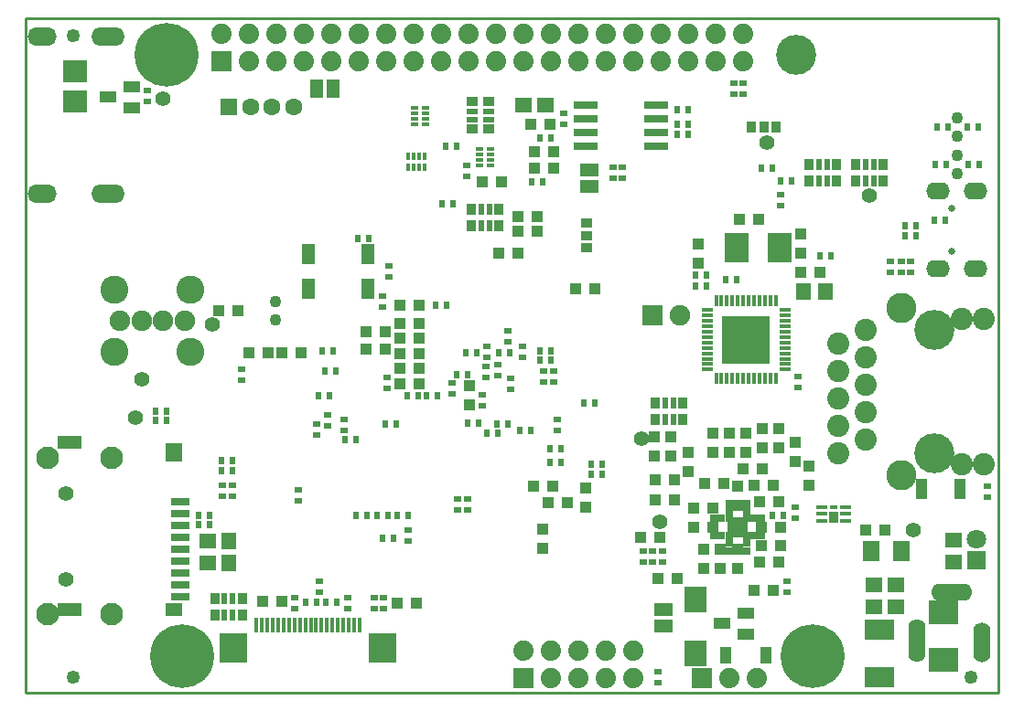
<source format=gbr>
G04 #@! TF.FileFunction,Soldermask,Bot*
%FSLAX46Y46*%
G04 Gerber Fmt 4.6, Leading zero omitted, Abs format (unit mm)*
G04 Created by KiCad (PCBNEW 201609201018+7184~55~ubuntu14.04.1-) date Fri Sep 23 16:33:06 2016*
%MOMM*%
%LPD*%
G01*
G04 APERTURE LIST*
%ADD10C,0.100000*%
%ADD11C,0.254000*%
%ADD12C,5.900000*%
%ADD13R,0.863600X1.117600*%
%ADD14R,0.609600X1.117600*%
%ADD15R,0.651600X0.601600*%
%ADD16R,1.001600X0.451600*%
%ADD17R,0.901600X1.051600*%
%ADD18R,0.701600X0.451600*%
%ADD19R,0.726600X0.351600*%
%ADD20C,1.254000*%
%ADD21R,1.701800X1.270000*%
%ADD22R,0.601600X0.651600*%
%ADD23R,1.117600X1.117600*%
%ADD24R,1.625600X1.371600*%
%ADD25R,2.100000X2.400000*%
%ADD26R,1.101600X1.501600*%
%ADD27R,1.501600X1.101600*%
%ADD28R,2.200000X2.000000*%
%ADD29R,2.801600X1.901600*%
%ADD30R,1.371600X1.625600*%
%ADD31R,1.200000X1.900000*%
%ADD32R,1.117600X0.863600*%
%ADD33R,1.117600X0.609600*%
%ADD34R,0.351600X0.726600*%
%ADD35R,1.270000X1.701800*%
%ADD36R,1.625600X1.879600*%
%ADD37C,1.100000*%
%ADD38R,1.117600X1.879600*%
%ADD39R,2.198320X2.797760*%
%ADD40R,2.301600X0.701600*%
%ADD41R,2.686000X2.178000*%
%ADD42C,1.400000*%
%ADD43O,3.100000X1.700000*%
%ADD44O,2.700000X1.700000*%
%ADD45C,2.600000*%
%ADD46C,1.900000*%
%ADD47R,1.601600X1.601600*%
%ADD48C,1.601600*%
%ADD49C,1.879600*%
%ADD50R,1.879600X1.879600*%
%ADD51R,1.822400X1.822400*%
%ADD52R,0.800000X0.800000*%
%ADD53R,1.800000X1.800000*%
%ADD54C,1.800000*%
%ADD55C,2.050000*%
%ADD56C,2.800000*%
%ADD57C,3.700000*%
%ADD58R,1.901600X1.901600*%
%ADD59C,1.901600*%
%ADD60R,1.699260X0.800100*%
%ADD61R,1.501140X1.300480*%
%ADD62R,1.501140X1.699260*%
%ADD63R,2.301240X1.300480*%
%ADD64R,0.351600X1.401600*%
%ADD65R,2.501600X2.701600*%
%ADD66R,1.001600X0.351600*%
%ADD67R,0.351600X1.001600*%
%ADD68R,4.400000X4.400000*%
%ADD69C,0.650000*%
%ADD70O,2.200000X1.600000*%
%ADD71O,1.601600X4.001600*%
%ADD72O,1.601600X3.701600*%
%ADD73O,3.801600X1.601600*%
%ADD74C,2.100000*%
G04 APERTURE END LIST*
D10*
D11*
X100000000Y-37500000D02*
X100000000Y-100000000D01*
X190000000Y-37500000D02*
X100000000Y-37500000D01*
X190000000Y-100000000D02*
X190000000Y-37500000D01*
X100000000Y-100000000D02*
X190000000Y-100000000D01*
D12*
X172800000Y-96600000D03*
D13*
X179324000Y-51054000D03*
X179324000Y-52578000D03*
X176784000Y-51054000D03*
X176784000Y-52578000D03*
D14*
X178435000Y-51054000D03*
X177673000Y-51054000D03*
X178435000Y-52578000D03*
X177673000Y-52578000D03*
D15*
X133604000Y-60452000D03*
X133604000Y-61468000D03*
X111252000Y-44196000D03*
X111252000Y-45212000D03*
D16*
X173652000Y-84089000D03*
X173652000Y-83439000D03*
X173652000Y-82789000D03*
X175852000Y-82789000D03*
X175852000Y-83439000D03*
X175852000Y-84089000D03*
D17*
X174752000Y-83789000D03*
D18*
X174752000Y-82789000D03*
D19*
X135987500Y-47350000D03*
X137012500Y-47350000D03*
X135987500Y-46850000D03*
X137012500Y-46850000D03*
X135987500Y-46350000D03*
X137012500Y-46350000D03*
X135987500Y-45850000D03*
X137012500Y-45850000D03*
D13*
X143764000Y-55245000D03*
X143764000Y-56769000D03*
X141224000Y-55245000D03*
X141224000Y-56769000D03*
D14*
X142875000Y-55245000D03*
X142113000Y-55245000D03*
X142875000Y-56769000D03*
X142113000Y-56769000D03*
D19*
X143012500Y-49650000D03*
X141987500Y-49650000D03*
X143012500Y-50150000D03*
X141987500Y-50150000D03*
X143012500Y-50650000D03*
X141987500Y-50650000D03*
X143012500Y-51150000D03*
X141987500Y-51150000D03*
D20*
X187452000Y-98552000D03*
X104394000Y-39116000D03*
X104394000Y-98552000D03*
D21*
X159004000Y-92329000D03*
X159004000Y-92329000D03*
X159004000Y-93853000D03*
D15*
X135400000Y-84892000D03*
X135400000Y-85908000D03*
D22*
X135382000Y-83566000D03*
X134366000Y-83566000D03*
X133477000Y-83566000D03*
X132461000Y-83566000D03*
X131572000Y-83566000D03*
X130556000Y-83566000D03*
D23*
X134366000Y-91694000D03*
X136144000Y-91694000D03*
D15*
X129800000Y-91192000D03*
X129800000Y-92208000D03*
X124900000Y-91192000D03*
X124900000Y-92208000D03*
X125200000Y-82208000D03*
X125200000Y-81192000D03*
X129413000Y-75692000D03*
X129413000Y-74676000D03*
D23*
X123711000Y-68500000D03*
X125489000Y-68500000D03*
D15*
X119100000Y-81808000D03*
X119100000Y-80792000D03*
D22*
X132992000Y-85700000D03*
X134008000Y-85700000D03*
D15*
X133096000Y-91186000D03*
X133096000Y-92202000D03*
X132207000Y-91186000D03*
X132207000Y-92202000D03*
X133400000Y-70792000D03*
X133400000Y-71808000D03*
D23*
X123689000Y-91500000D03*
X121911000Y-91500000D03*
D22*
X143592000Y-75100000D03*
X144608000Y-75100000D03*
X145692000Y-75700000D03*
X146708000Y-75700000D03*
X130556000Y-76581000D03*
X129540000Y-76581000D03*
X127692000Y-70200000D03*
X128708000Y-70200000D03*
D23*
X133223000Y-68199000D03*
X131445000Y-68199000D03*
D22*
X141908000Y-75000000D03*
X140892000Y-75000000D03*
X119108000Y-78500000D03*
X118092000Y-78500000D03*
D15*
X127200000Y-89692000D03*
X127200000Y-90708000D03*
D22*
X127392000Y-68300000D03*
X128408000Y-68300000D03*
D23*
X122389000Y-68500000D03*
X120611000Y-68500000D03*
X147828000Y-86614000D03*
X147828000Y-84836000D03*
D15*
X127900000Y-74292000D03*
X127900000Y-75308000D03*
D22*
X143708000Y-76000000D03*
X142692000Y-76000000D03*
X133292000Y-75100000D03*
X134308000Y-75100000D03*
D15*
X126900000Y-76108000D03*
X126900000Y-75092000D03*
D22*
X148608000Y-69200000D03*
X147592000Y-69200000D03*
X138492000Y-54700000D03*
X139508000Y-54700000D03*
D23*
X144018000Y-52705000D03*
X142240000Y-52705000D03*
D22*
X148590000Y-48641000D03*
X147574000Y-48641000D03*
D23*
X148844000Y-49911000D03*
X147066000Y-49911000D03*
X146685000Y-47371000D03*
X148463000Y-47371000D03*
X147066000Y-51435000D03*
X148844000Y-51435000D03*
D22*
X146812000Y-52705000D03*
X147828000Y-52705000D03*
X140908000Y-70500000D03*
X139892000Y-70500000D03*
D15*
X139425000Y-71317000D03*
X139425000Y-72333000D03*
D22*
X138108000Y-72500000D03*
X137092000Y-72500000D03*
D23*
X136398000Y-69977000D03*
X134620000Y-69977000D03*
X134620000Y-65786000D03*
X136398000Y-65786000D03*
X136398000Y-68580000D03*
X134620000Y-68580000D03*
X134620000Y-67183000D03*
X136398000Y-67183000D03*
X134620000Y-71374000D03*
X136398000Y-71374000D03*
X141050000Y-71586000D03*
X141050000Y-73364000D03*
D24*
X116840000Y-85979000D03*
X116840000Y-88011000D03*
D15*
X179959000Y-61087000D03*
X179959000Y-60071000D03*
X144625000Y-66442000D03*
X144625000Y-67458000D03*
D22*
X143792000Y-68500000D03*
X144808000Y-68500000D03*
D15*
X147900000Y-70192000D03*
X147900000Y-71208000D03*
X142700000Y-68908000D03*
X142700000Y-67892000D03*
D22*
X148608000Y-68300000D03*
X147592000Y-68300000D03*
D15*
X148800000Y-71208000D03*
X148800000Y-70192000D03*
D23*
X145542000Y-59309000D03*
X143764000Y-59309000D03*
D15*
X142600000Y-70808000D03*
X142600000Y-69792000D03*
D24*
X180467000Y-90043000D03*
X180467000Y-92075000D03*
X178435000Y-90043000D03*
X178435000Y-92075000D03*
D23*
X147320000Y-55880000D03*
X145542000Y-55880000D03*
X169799000Y-84709000D03*
X168021000Y-84709000D03*
D22*
X148492000Y-77400000D03*
X149508000Y-77400000D03*
D23*
X158242000Y-80264000D03*
X160020000Y-80264000D03*
X163576000Y-82931000D03*
X161798000Y-82931000D03*
D22*
X153289000Y-79756000D03*
X152273000Y-79756000D03*
D23*
X169799000Y-86360000D03*
X168021000Y-86360000D03*
D22*
X153289000Y-78867000D03*
X152273000Y-78867000D03*
D15*
X149200000Y-74692000D03*
X149200000Y-75708000D03*
D23*
X165862000Y-86741000D03*
X165862000Y-88519000D03*
D22*
X148492000Y-78700000D03*
X149508000Y-78700000D03*
D23*
X177673000Y-84963000D03*
X179451000Y-84963000D03*
X151765000Y-82804000D03*
X151765000Y-81026000D03*
X146939000Y-80899000D03*
X148717000Y-80899000D03*
X164211000Y-86741000D03*
X164211000Y-88519000D03*
X172466000Y-80772000D03*
X172466000Y-78994000D03*
X148336000Y-82423000D03*
X150114000Y-82423000D03*
X162687000Y-88519000D03*
X162687000Y-86741000D03*
X160274000Y-89408000D03*
X158496000Y-89408000D03*
X169164000Y-90551000D03*
X167386000Y-90551000D03*
X166624000Y-75946000D03*
X166624000Y-77724000D03*
D15*
X142200000Y-73408000D03*
X142200000Y-72392000D03*
D22*
X184277000Y-47625000D03*
X185293000Y-47625000D03*
D23*
X165862000Y-82677000D03*
X165862000Y-80899000D03*
D15*
X144900000Y-71908000D03*
X144900000Y-70892000D03*
D23*
X158242000Y-82169000D03*
X160020000Y-82169000D03*
X158115000Y-78105000D03*
X158115000Y-76327000D03*
X164592000Y-80645000D03*
X162814000Y-80645000D03*
X161290000Y-77724000D03*
X161290000Y-79502000D03*
X163576000Y-75946000D03*
X163576000Y-77724000D03*
X165100000Y-75946000D03*
X165100000Y-77724000D03*
X166370000Y-79248000D03*
X168148000Y-79248000D03*
X159639000Y-78105000D03*
X159639000Y-76327000D03*
X167386000Y-80772000D03*
X169164000Y-80772000D03*
X161798000Y-84709000D03*
X163576000Y-84709000D03*
X158623000Y-85598000D03*
X156845000Y-85598000D03*
X171196000Y-76835000D03*
X171196000Y-78613000D03*
X167894000Y-82296000D03*
X169672000Y-82296000D03*
D22*
X184150000Y-51054000D03*
X185166000Y-51054000D03*
D23*
X169672000Y-75565000D03*
X169672000Y-77343000D03*
X168148000Y-75565000D03*
X168148000Y-77343000D03*
D24*
X185801000Y-85852000D03*
X185801000Y-87884000D03*
D23*
X167894000Y-87884000D03*
X169672000Y-87884000D03*
D22*
X131699000Y-57912000D03*
X130683000Y-57912000D03*
D15*
X132969000Y-63246000D03*
X132969000Y-64262000D03*
D23*
X147320000Y-57277000D03*
X145542000Y-57277000D03*
D22*
X140692000Y-68500000D03*
X141708000Y-68500000D03*
D23*
X119634000Y-64643000D03*
X117856000Y-64643000D03*
D15*
X146000000Y-67892000D03*
X146000000Y-68908000D03*
D23*
X134620000Y-64135000D03*
X136398000Y-64135000D03*
X152654000Y-62611000D03*
X150876000Y-62611000D03*
D25*
X161925000Y-96353000D03*
X161925000Y-91353000D03*
D26*
X168524000Y-96520000D03*
X164724000Y-96520000D03*
D27*
X107609640Y-44828460D03*
X109819440Y-45783500D03*
X109819440Y-43881040D03*
X164378640Y-93596460D03*
X166588440Y-94551500D03*
X166588440Y-92649040D03*
D28*
X104521000Y-45215000D03*
X104521000Y-42415000D03*
D29*
X178943000Y-94193000D03*
X178943000Y-98593000D03*
D24*
X146050000Y-45593000D03*
X148082000Y-45593000D03*
D30*
X118745000Y-85979000D03*
X118745000Y-88011000D03*
D21*
X152146000Y-51562000D03*
X152146000Y-51562000D03*
X152146000Y-53086000D03*
D31*
X131655000Y-59360000D03*
X131655000Y-62560000D03*
X126155000Y-62560000D03*
X126155000Y-59360000D03*
D22*
X127092000Y-72500000D03*
X128108000Y-72500000D03*
D15*
X140843000Y-83058000D03*
X140843000Y-82042000D03*
X139954000Y-83058000D03*
X139954000Y-82042000D03*
D22*
X169037000Y-51435000D03*
X168021000Y-51435000D03*
D15*
X169799000Y-54864000D03*
X169799000Y-53848000D03*
D22*
X138938000Y-64135000D03*
X137922000Y-64135000D03*
X151638000Y-73152000D03*
X152654000Y-73152000D03*
D32*
X141338000Y-45230000D03*
X142862000Y-45230000D03*
X141338000Y-47770000D03*
X142862000Y-47770000D03*
D33*
X141338000Y-46119000D03*
X141338000Y-46881000D03*
X142862000Y-46119000D03*
X142862000Y-46881000D03*
D34*
X136894000Y-51312500D03*
X136894000Y-50287500D03*
X136394000Y-51312500D03*
X136394000Y-50287500D03*
X135894000Y-51312500D03*
X135894000Y-50287500D03*
X135394000Y-51312500D03*
X135394000Y-50287500D03*
D13*
X120015000Y-91313000D03*
X120015000Y-92837000D03*
X117475000Y-91313000D03*
X117475000Y-92837000D03*
D14*
X119126000Y-91313000D03*
X118364000Y-91313000D03*
X119126000Y-92837000D03*
X118364000Y-92837000D03*
D13*
X175006000Y-51054000D03*
X175006000Y-52578000D03*
X172466000Y-51054000D03*
X172466000Y-52578000D03*
D14*
X174117000Y-51054000D03*
X173355000Y-51054000D03*
X174117000Y-52578000D03*
X173355000Y-52578000D03*
D22*
X184023000Y-56261000D03*
X185039000Y-56261000D03*
D15*
X181864000Y-60071000D03*
X181864000Y-61087000D03*
D22*
X174498000Y-59563000D03*
X173482000Y-59563000D03*
D15*
X180975000Y-61087000D03*
X180975000Y-60071000D03*
D22*
X169799000Y-52578000D03*
X170815000Y-52578000D03*
D35*
X128397000Y-44069000D03*
X128397000Y-44069000D03*
X126873000Y-44069000D03*
D15*
X143700000Y-69592000D03*
X143700000Y-70608000D03*
X170434000Y-89662000D03*
X170434000Y-90678000D03*
X171196000Y-82804000D03*
X171196000Y-83820000D03*
D36*
X178181000Y-86868000D03*
X180975000Y-86868000D03*
D22*
X170053000Y-83566000D03*
X169037000Y-83566000D03*
D15*
X157099000Y-87884000D03*
X157099000Y-86868000D03*
X157988000Y-87884000D03*
X157988000Y-86868000D03*
D22*
X188087000Y-47625000D03*
X187071000Y-47625000D03*
D15*
X158877000Y-86868000D03*
X158877000Y-87884000D03*
D22*
X188214000Y-51054000D03*
X187198000Y-51054000D03*
D15*
X158496000Y-98044000D03*
X158496000Y-99060000D03*
D22*
X115951000Y-83566000D03*
X116967000Y-83566000D03*
X115951000Y-84455000D03*
X116967000Y-84455000D03*
D15*
X154305000Y-52324000D03*
X154305000Y-51308000D03*
D22*
X138811000Y-49403000D03*
X139827000Y-49403000D03*
D15*
X140800000Y-51192000D03*
X140800000Y-52208000D03*
D22*
X135255000Y-72517000D03*
X136271000Y-72517000D03*
D15*
X120000000Y-71008000D03*
X120000000Y-69992000D03*
X118200000Y-80792000D03*
X118200000Y-81808000D03*
D22*
X118092000Y-79400000D03*
X119108000Y-79400000D03*
X128808000Y-91600000D03*
X127792000Y-91600000D03*
X125892000Y-91600000D03*
X126908000Y-91600000D03*
D32*
X151892000Y-58801000D03*
X151892000Y-57658000D03*
X151892000Y-56515000D03*
D37*
X186182000Y-51904000D03*
X186182000Y-50204000D03*
X186182000Y-48475000D03*
X186182000Y-46775000D03*
X123063000Y-63793000D03*
X123063000Y-65493000D03*
D22*
X181356000Y-56769000D03*
X182372000Y-56769000D03*
X181356000Y-57658000D03*
X182372000Y-57658000D03*
D23*
X131445000Y-66548000D03*
X133223000Y-66548000D03*
D38*
X186436000Y-81153000D03*
X182880000Y-81153000D03*
D30*
X171958000Y-62865000D03*
X173990000Y-62865000D03*
D23*
X162179000Y-58420000D03*
X162179000Y-60198000D03*
X171704000Y-57531000D03*
X171704000Y-59309000D03*
X167767000Y-56134000D03*
X165989000Y-56134000D03*
D39*
X169765980Y-58801000D03*
X165768020Y-58801000D03*
D22*
X161925000Y-61341000D03*
X162941000Y-61341000D03*
X164719000Y-61722000D03*
X165735000Y-61722000D03*
D15*
X188976000Y-80899000D03*
X188976000Y-81915000D03*
D23*
X171704000Y-61087000D03*
X173482000Y-61087000D03*
D13*
X158242000Y-74676000D03*
X158242000Y-73152000D03*
X160782000Y-74676000D03*
X160782000Y-73152000D03*
D14*
X159131000Y-74676000D03*
X159893000Y-74676000D03*
X159131000Y-73152000D03*
X159893000Y-73152000D03*
D22*
X161925000Y-62357000D03*
X162941000Y-62357000D03*
D15*
X171450000Y-71755000D03*
X171450000Y-70739000D03*
X149733000Y-47371000D03*
X149733000Y-46355000D03*
D22*
X160274000Y-45974000D03*
X161290000Y-45974000D03*
X160274000Y-48260000D03*
X161290000Y-48260000D03*
X160274000Y-47371000D03*
X161290000Y-47371000D03*
D15*
X155194000Y-51308000D03*
X155194000Y-52324000D03*
D40*
X158302000Y-45593000D03*
X158302000Y-46863000D03*
X158302000Y-48133000D03*
X158302000Y-49403000D03*
X151832000Y-49403000D03*
X151832000Y-48133000D03*
X151832000Y-46863000D03*
X151832000Y-45593000D03*
D41*
X184912000Y-92565000D03*
X184912000Y-96919000D03*
D42*
X110744000Y-70993000D03*
X110109000Y-74549000D03*
X112649000Y-44958000D03*
X178054000Y-53975000D03*
X156972000Y-76454000D03*
X117221000Y-65913000D03*
X182118000Y-84963000D03*
X168529000Y-49022000D03*
X158623000Y-84201000D03*
D43*
X107597000Y-39182000D03*
X107597000Y-53782000D03*
D44*
X101547000Y-53782000D03*
X101547000Y-39182000D03*
D45*
X115212000Y-62682000D03*
X115212000Y-68382000D03*
X108212000Y-62682000D03*
X108212000Y-68382000D03*
D46*
X108712000Y-65532000D03*
X110712000Y-65532000D03*
X112712000Y-65532000D03*
X114712000Y-65532000D03*
D47*
X118793000Y-45720000D03*
D48*
X120793000Y-45720000D03*
X122793000Y-45720000D03*
X124793000Y-45720000D03*
D49*
X166370000Y-38989000D03*
X166370000Y-41529000D03*
X163830000Y-38989000D03*
X163830000Y-41529000D03*
X161290000Y-38989000D03*
X161290000Y-41529000D03*
X158750000Y-38989000D03*
X158750000Y-41529000D03*
X156210000Y-38989000D03*
X156210000Y-41529000D03*
X146050000Y-38989000D03*
X146050000Y-41529000D03*
X143510000Y-38989000D03*
X143510000Y-41529000D03*
X148590000Y-41529000D03*
X148590000Y-38989000D03*
X151130000Y-38989000D03*
X151130000Y-41529000D03*
X153670000Y-41529000D03*
X153670000Y-38989000D03*
X128270000Y-38989000D03*
X128270000Y-41529000D03*
X125730000Y-41529000D03*
X125730000Y-38989000D03*
X123190000Y-38989000D03*
X123190000Y-41529000D03*
D50*
X118110000Y-41529000D03*
D49*
X118110000Y-38989000D03*
X120650000Y-41529000D03*
X120650000Y-38989000D03*
X130810000Y-41529000D03*
X130810000Y-38989000D03*
X133350000Y-41529000D03*
X133350000Y-38989000D03*
X135890000Y-41529000D03*
X135890000Y-38989000D03*
X138430000Y-41529000D03*
X138430000Y-38989000D03*
X140970000Y-41529000D03*
X140970000Y-38989000D03*
X156210000Y-96139000D03*
X156210000Y-98679000D03*
X153670000Y-98679000D03*
X153670000Y-96139000D03*
X151130000Y-96139000D03*
X151130000Y-98679000D03*
D50*
X146050000Y-98679000D03*
D49*
X146050000Y-96139000D03*
X148590000Y-98679000D03*
X148590000Y-96139000D03*
D50*
X162560000Y-98679000D03*
D49*
X165100000Y-98679000D03*
X167640000Y-98679000D03*
D51*
X165862000Y-84645500D03*
D52*
X168062000Y-83845500D03*
X167362000Y-83845500D03*
X166662000Y-83845500D03*
X166662000Y-83145500D03*
X166662000Y-82445500D03*
X165062000Y-82445500D03*
X165062000Y-83145500D03*
X165062000Y-83845500D03*
X164362000Y-83845500D03*
X163662000Y-83845500D03*
X163662000Y-85445500D03*
X164362000Y-85445500D03*
X165062000Y-85445500D03*
X165062000Y-86145500D03*
X165062000Y-86845500D03*
X166662000Y-86845500D03*
X166662000Y-86145500D03*
X166662000Y-85445500D03*
X167362000Y-85445500D03*
X168062000Y-85445500D03*
D53*
X187982860Y-87749380D03*
D54*
X187980320Y-85737700D03*
D55*
X177673000Y-66421000D03*
X175133000Y-67691000D03*
X177673000Y-68961000D03*
X175133000Y-70231000D03*
X177673000Y-71501000D03*
X175133000Y-72771000D03*
X177673000Y-74041000D03*
X175133000Y-75311000D03*
X177673000Y-76581000D03*
X175133000Y-77851000D03*
X186563000Y-65405000D03*
X188595000Y-65405000D03*
X186563000Y-78867000D03*
X188595000Y-78867000D03*
D56*
X180975000Y-64389000D03*
X180975000Y-79883000D03*
D57*
X184023000Y-66421000D03*
X184023000Y-77851000D03*
D58*
X157988000Y-65024000D03*
D59*
X160528000Y-65024000D03*
D60*
X114307620Y-82334100D03*
X114307620Y-83433920D03*
X114307620Y-84533740D03*
X114307620Y-85631020D03*
X114307620Y-86730840D03*
X114307620Y-87830660D03*
X114307620Y-88930480D03*
X114307620Y-90030300D03*
X114307620Y-91130120D03*
D61*
X113682780Y-92331540D03*
D62*
X113682780Y-77734160D03*
D63*
X104084120Y-92331540D03*
X104084120Y-76832460D03*
D42*
X103682800Y-81534000D03*
X103682800Y-89535000D03*
D64*
X121361000Y-93770000D03*
X121861000Y-93770000D03*
X122361000Y-93770000D03*
X122861000Y-93770000D03*
X123361000Y-93770000D03*
X123861000Y-93770000D03*
X124361000Y-93770000D03*
X124861000Y-93770000D03*
X125361000Y-93770000D03*
X125861000Y-93770000D03*
X126361000Y-93770000D03*
X126861000Y-93770000D03*
X127361000Y-93770000D03*
X127861000Y-93770000D03*
X128361000Y-93770000D03*
X128861000Y-93770000D03*
X129361000Y-93770000D03*
X129861000Y-93770000D03*
X130361000Y-93770000D03*
X130861000Y-93770000D03*
D65*
X119211000Y-95870000D03*
X133011000Y-95870000D03*
D66*
X170224000Y-64560000D03*
X170224000Y-65060000D03*
X170224000Y-65560000D03*
X170224000Y-66060000D03*
X170224000Y-66560000D03*
X170224000Y-67060000D03*
X170224000Y-67560000D03*
X170224000Y-68060000D03*
X170224000Y-68560000D03*
X170224000Y-69060000D03*
X170224000Y-69560000D03*
X170224000Y-70060000D03*
D67*
X169374000Y-70910000D03*
X168874000Y-70910000D03*
X168374000Y-70910000D03*
X167874000Y-70910000D03*
X167374000Y-70910000D03*
X166874000Y-70910000D03*
X166374000Y-70910000D03*
X165874000Y-70910000D03*
X165374000Y-70910000D03*
X164874000Y-70910000D03*
X164374000Y-70910000D03*
X163874000Y-70910000D03*
D66*
X163024000Y-70060000D03*
X163024000Y-69560000D03*
X163024000Y-69060000D03*
X163024000Y-68560000D03*
X163024000Y-68060000D03*
X163024000Y-67560000D03*
X163024000Y-67060000D03*
X163024000Y-66560000D03*
X163024000Y-66060000D03*
X163024000Y-65560000D03*
X163024000Y-65060000D03*
X163024000Y-64560000D03*
D67*
X163874000Y-63710000D03*
X164374000Y-63710000D03*
X164874000Y-63710000D03*
X165374000Y-63710000D03*
X165874000Y-63710000D03*
X166374000Y-63710000D03*
X166874000Y-63710000D03*
X167374000Y-63710000D03*
X167874000Y-63710000D03*
X168374000Y-63710000D03*
X168874000Y-63710000D03*
X169374000Y-63710000D03*
D68*
X166624000Y-67310000D03*
D51*
X166624000Y-67310000D03*
D69*
X185692000Y-59150000D03*
X185692000Y-55150000D03*
D70*
X187842000Y-60750000D03*
X184372000Y-60750000D03*
X184372000Y-53550000D03*
X187842000Y-53550000D03*
D22*
X112014000Y-73914000D03*
X113030000Y-73914000D03*
X112014000Y-74803000D03*
X113030000Y-74803000D03*
D71*
X182441000Y-95174000D03*
D72*
X188441000Y-95324000D03*
D73*
X185695000Y-90724000D03*
D12*
X114500000Y-96600000D03*
X113000000Y-40900000D03*
D57*
X171300000Y-40900000D03*
D74*
X107981000Y-78232000D03*
X101981000Y-78232000D03*
X101981000Y-92710000D03*
X107981000Y-92710000D03*
D15*
X166370000Y-43561000D03*
X166370000Y-44577000D03*
X165481000Y-43561000D03*
X165481000Y-44577000D03*
D13*
X167132000Y-47625000D03*
X168275000Y-47625000D03*
X169418000Y-47625000D03*
M02*

</source>
